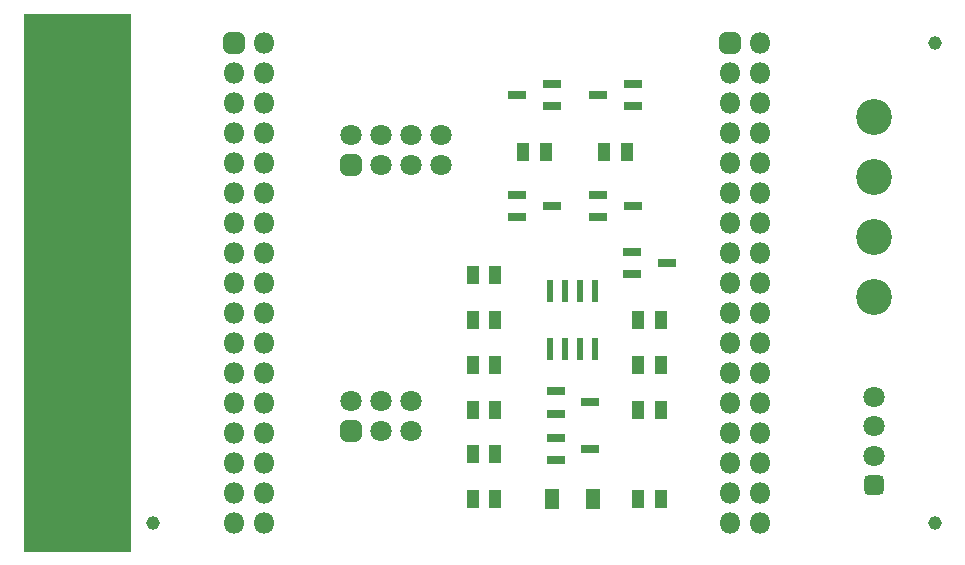
<source format=gbr>
%TF.GenerationSoftware,KiCad,Pcbnew,(6.0.5)*%
%TF.CreationDate,2023-02-06T04:07:19+00:00*%
%TF.ProjectId,AutoFloppySwitcher,4175746f-466c-46f7-9070-795377697463,rev?*%
%TF.SameCoordinates,Original*%
%TF.FileFunction,Soldermask,Top*%
%TF.FilePolarity,Negative*%
%FSLAX46Y46*%
G04 Gerber Fmt 4.6, Leading zero omitted, Abs format (unit mm)*
G04 Created by KiCad (PCBNEW (6.0.5)) date 2023-02-06 04:07:19*
%MOMM*%
%LPD*%
G01*
G04 APERTURE LIST*
G04 Aperture macros list*
%AMRoundRect*
0 Rectangle with rounded corners*
0 $1 Rounding radius*
0 $2 $3 $4 $5 $6 $7 $8 $9 X,Y pos of 4 corners*
0 Add a 4 corners polygon primitive as box body*
4,1,4,$2,$3,$4,$5,$6,$7,$8,$9,$2,$3,0*
0 Add four circle primitives for the rounded corners*
1,1,$1+$1,$2,$3*
1,1,$1+$1,$4,$5*
1,1,$1+$1,$6,$7*
1,1,$1+$1,$8,$9*
0 Add four rect primitives between the rounded corners*
20,1,$1+$1,$2,$3,$4,$5,0*
20,1,$1+$1,$4,$5,$6,$7,0*
20,1,$1+$1,$6,$7,$8,$9,0*
20,1,$1+$1,$8,$9,$2,$3,0*%
G04 Aperture macros list end*
%ADD10C,0.100000*%
%ADD11RoundRect,0.050000X-0.500000X-0.725000X0.500000X-0.725000X0.500000X0.725000X-0.500000X0.725000X0*%
%ADD12RoundRect,0.050000X0.500000X0.725000X-0.500000X0.725000X-0.500000X-0.725000X0.500000X-0.725000X0*%
%ADD13RoundRect,0.450000X0.450000X-0.450000X0.450000X0.450000X-0.450000X0.450000X-0.450000X-0.450000X0*%
%ADD14C,1.800000*%
%ADD15C,1.152000*%
%ADD16RoundRect,0.050000X0.750000X0.325000X-0.750000X0.325000X-0.750000X-0.325000X0.750000X-0.325000X0*%
%ADD17RoundRect,0.050000X-0.750000X-0.325000X0.750000X-0.325000X0.750000X0.325000X-0.750000X0.325000X0*%
%ADD18R,8.000000X1.600000*%
%ADD19R,7.500000X1.550000*%
%ADD20C,3.040000*%
%ADD21R,1.300000X1.700000*%
%ADD22RoundRect,0.450000X-0.450000X-0.450000X0.450000X-0.450000X0.450000X0.450000X-0.450000X0.450000X0*%
%ADD23O,1.800000X1.800000*%
%ADD24R,0.600000X1.950000*%
%ADD25RoundRect,0.425000X0.425000X-0.425000X0.425000X0.425000X-0.425000X0.425000X-0.425000X-0.425000X0*%
G04 APERTURE END LIST*
%TO.C,U4*%
G36*
X82994000Y-102372500D02*
G01*
X73994000Y-102372500D01*
X73994000Y-56872500D01*
X82994000Y-56872500D01*
X82994000Y-102372500D01*
G37*
D10*
X82994000Y-102372500D02*
X73994000Y-102372500D01*
X73994000Y-56872500D01*
X82994000Y-56872500D01*
X82994000Y-102372500D01*
%TD*%
D11*
%TO.C,C1*%
X112050000Y-98000000D03*
X113950000Y-98000000D03*
%TD*%
D12*
%TO.C,R11*%
X127950000Y-82800000D03*
X126050000Y-82800000D03*
%TD*%
D11*
%TO.C,R10*%
X112050000Y-79000000D03*
X113950000Y-79000000D03*
%TD*%
D12*
%TO.C,R8*%
X118203000Y-68580000D03*
X116303000Y-68580000D03*
%TD*%
D13*
%TO.C,SW1*%
X101722000Y-92232500D03*
D14*
X104262000Y-92232500D03*
X106802000Y-92232500D03*
X101722000Y-89692500D03*
X104262000Y-89692500D03*
X106802000Y-89692500D03*
%TD*%
D15*
%TO.C,*%
X151172800Y-100042500D03*
%TD*%
D16*
%TO.C,Q2*%
X118713000Y-64704000D03*
X118713000Y-62804000D03*
X115793000Y-63754000D03*
%TD*%
D17*
%TO.C,Q6*%
X115793000Y-72202000D03*
X115793000Y-74102000D03*
X118713000Y-73152000D03*
%TD*%
D18*
%TO.C,U4*%
X78994000Y-59372500D03*
X78994000Y-59372500D03*
D19*
X79244000Y-61887500D03*
X79244000Y-61887500D03*
X79244000Y-64477500D03*
X79244000Y-64477500D03*
D18*
X78994000Y-66992500D03*
X78994000Y-66992500D03*
X78994000Y-69532500D03*
X78994000Y-69532500D03*
X78994000Y-72072500D03*
X78994000Y-72072500D03*
X78994000Y-74612500D03*
X78994000Y-74612500D03*
X78994000Y-77152500D03*
X78994000Y-77152500D03*
X78994000Y-79692500D03*
X78994000Y-79692500D03*
X78994000Y-82232500D03*
X78994000Y-82232500D03*
X78994000Y-84772500D03*
X78994000Y-84772500D03*
X78994000Y-87312500D03*
X78994000Y-87312500D03*
X78994000Y-89852500D03*
X78994000Y-89852500D03*
X78994000Y-92392500D03*
X78994000Y-92392500D03*
X78994000Y-94932500D03*
X78994000Y-94932500D03*
X78994000Y-97472500D03*
X78994000Y-97472500D03*
X78994000Y-100012500D03*
X78994000Y-100012500D03*
%TD*%
D11*
%TO.C,R3*%
X112050000Y-82800000D03*
X113950000Y-82800000D03*
%TD*%
D12*
%TO.C,R7*%
X127950000Y-90400000D03*
X126050000Y-90400000D03*
%TD*%
D20*
%TO.C,J3*%
X146000000Y-80855500D03*
X146000000Y-75775500D03*
X146000000Y-70695500D03*
X146000000Y-65615500D03*
%TD*%
D21*
%TO.C,D1*%
X122242000Y-98000000D03*
X118742000Y-98000000D03*
%TD*%
D15*
%TO.C,*%
X151170000Y-59342500D03*
%TD*%
D11*
%TO.C,R4*%
X126050000Y-98000000D03*
X127950000Y-98000000D03*
%TD*%
D17*
%TO.C,Q5*%
X119032000Y-92776000D03*
X119032000Y-94676000D03*
X121952000Y-93726000D03*
%TD*%
D15*
%TO.C,REF\u002A\u002A*%
X84937600Y-100042500D03*
%TD*%
D16*
%TO.C,Q3*%
X125571000Y-64704000D03*
X125571000Y-62804000D03*
X122651000Y-63754000D03*
%TD*%
D17*
%TO.C,Q7*%
X122651000Y-72202000D03*
X122651000Y-74102000D03*
X125571000Y-73152000D03*
%TD*%
D13*
%TO.C,J1*%
X101722000Y-69690000D03*
D14*
X101722000Y-67150000D03*
X104262000Y-69690000D03*
X104262000Y-67150000D03*
X106802000Y-69690000D03*
X106802000Y-67150000D03*
X109342000Y-69690000D03*
X109342000Y-67150000D03*
%TD*%
D12*
%TO.C,R6*%
X127950000Y-86600000D03*
X126050000Y-86600000D03*
%TD*%
%TO.C,R9*%
X125061000Y-68580000D03*
X123161000Y-68580000D03*
%TD*%
D22*
%TO.C,U3*%
X133771000Y-59372500D03*
D23*
X136311000Y-59372500D03*
X133771000Y-61912500D03*
X136311000Y-61912500D03*
X133771000Y-64452500D03*
X136311000Y-64452500D03*
X133771000Y-66992500D03*
X136311000Y-66992500D03*
X133771000Y-69532500D03*
X136311000Y-69532500D03*
X133771000Y-72072500D03*
X136311000Y-72072500D03*
X133771000Y-74612500D03*
X136311000Y-74612500D03*
X133771000Y-77152500D03*
X136311000Y-77152500D03*
X133771000Y-79692500D03*
X136311000Y-79692500D03*
X133771000Y-82232500D03*
X136311000Y-82232500D03*
X133771000Y-84772500D03*
X136311000Y-84772500D03*
X133771000Y-87312500D03*
X136311000Y-87312500D03*
X133771000Y-89852500D03*
X136311000Y-89852500D03*
X133771000Y-92392500D03*
X136311000Y-92392500D03*
X133771000Y-94932500D03*
X136311000Y-94932500D03*
X133771000Y-97472500D03*
X136311000Y-97472500D03*
X133771000Y-100012500D03*
X136311000Y-100012500D03*
%TD*%
D11*
%TO.C,R1*%
X112050000Y-90400000D03*
X113950000Y-90400000D03*
%TD*%
D24*
%TO.C,U1*%
X118587000Y-85279000D03*
X119857000Y-85279000D03*
X121127000Y-85279000D03*
X122397000Y-85279000D03*
X122397000Y-80329000D03*
X121127000Y-80329000D03*
X119857000Y-80329000D03*
X118587000Y-80329000D03*
%TD*%
D11*
%TO.C,R2*%
X112050000Y-94200000D03*
X113950000Y-94200000D03*
%TD*%
D17*
%TO.C,Q1*%
X119032000Y-88839000D03*
X119032000Y-90739000D03*
X121952000Y-89789000D03*
%TD*%
%TO.C,Q4*%
X125540000Y-77028000D03*
X125540000Y-78928000D03*
X128460000Y-77978000D03*
%TD*%
D22*
%TO.C,U2*%
X91816000Y-59372500D03*
D23*
X94356000Y-59372500D03*
X91816000Y-61912500D03*
X94356000Y-61912500D03*
X91816000Y-64452500D03*
X94356000Y-64452500D03*
X91816000Y-66992500D03*
X94356000Y-66992500D03*
X91816000Y-69532500D03*
X94356000Y-69532500D03*
X91816000Y-72072500D03*
X94356000Y-72072500D03*
X91816000Y-74612500D03*
X94356000Y-74612500D03*
X91816000Y-77152500D03*
X94356000Y-77152500D03*
X91816000Y-79692500D03*
X94356000Y-79692500D03*
X91816000Y-82232500D03*
X94356000Y-82232500D03*
X91816000Y-84772500D03*
X94356000Y-84772500D03*
X91816000Y-87312500D03*
X94356000Y-87312500D03*
X91816000Y-89852500D03*
X94356000Y-89852500D03*
X91816000Y-92392500D03*
X94356000Y-92392500D03*
X91816000Y-94932500D03*
X94356000Y-94932500D03*
X91816000Y-97472500D03*
X94356000Y-97472500D03*
X91816000Y-100012500D03*
X94356000Y-100012500D03*
%TD*%
D11*
%TO.C,R5*%
X112050000Y-86600000D03*
X113950000Y-86600000D03*
%TD*%
D25*
%TO.C,J2*%
X146000000Y-96807500D03*
D14*
X146000000Y-94307500D03*
X146000000Y-91807500D03*
X146000000Y-89307500D03*
%TD*%
M02*

</source>
